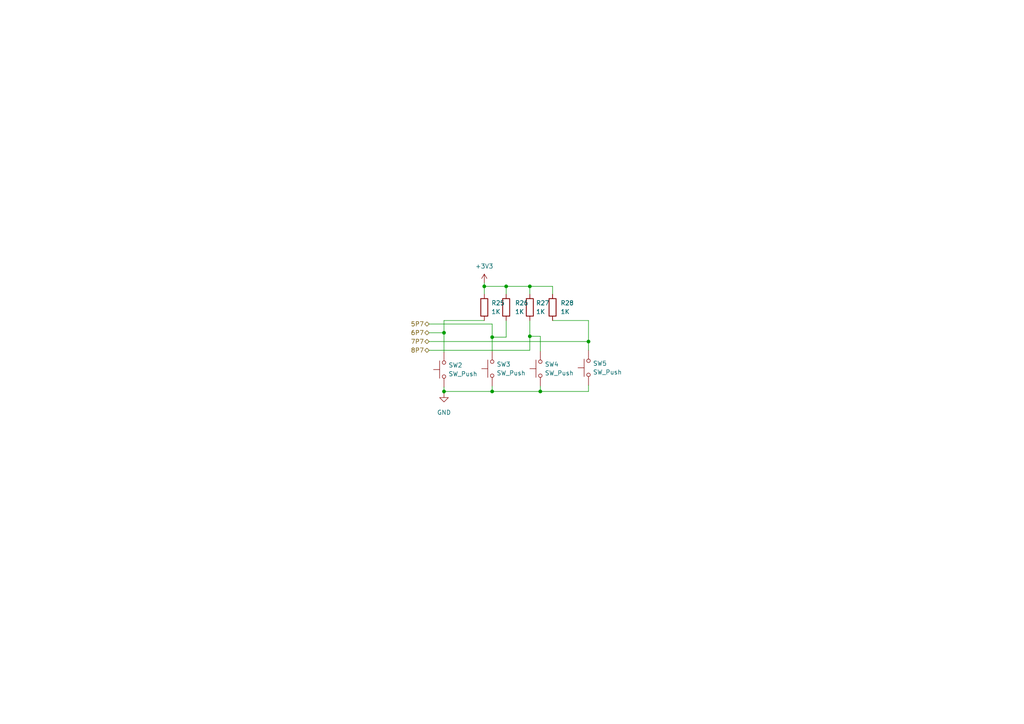
<source format=kicad_sch>
(kicad_sch (version 20211123) (generator eeschema)
  (paper "A4")
  (lib_symbols
    (symbol "Device:R" (pin_numbers hide) (pin_names (offset 0))
      (property "Reference" "R" (at 2.032 0 90))
      (property "Value" "R" (at 0 0 90))
      (symbol "R_0_1"
        (rectangle (start -1.016 -2.54) (end 1.016 2.54) (stroke (width 0.254)))
      )
      (symbol "R_1_1"
        (pin passive line (at 0 3.81 270) (length 1.27) (name "~") (number "1"))
        (pin passive line (at 0 -3.81 90) (length 1.27) (name "~") (number "2"))
      )
    )
    (symbol "Switch:SW_Push" (pin_numbers hide) (pin_names (offset 1.016) hide)
      (property "Reference" "SW" (at 1.27 2.54 0))
      (property "Value" "SW_Push" (at 0 -1.524 0))
      (symbol "SW_Push_0_1"
        (circle (center -2.032 0) (radius 0.508))
        (polyline (pts (xy 0 1.27) (xy 0 3.048)))
        (polyline (pts (xy 2.54 1.27) (xy -2.54 1.27)))
        (circle (center 2.032 0) (radius 0.508))
        (pin passive line (at -5.08 0 0) (length 2.54) (name "1") (number "1"))
        (pin passive line (at 5.08 0 180) (length 2.54) (name "2") (number "2"))
      )
    )
    (symbol "power:+3V3" (power) (pin_names (offset 0))
      (property "Value" "+3V3" (at 0 3.556 0))
      (symbol "+3V3_0_1"
        (polyline (pts (xy -0.762 1.27) (xy 0 2.54)))
        (polyline (pts (xy 0 0) (xy 0 2.54)))
        (polyline (pts (xy 0 2.54) (xy 0.762 1.27)))
      )
      (symbol "+3V3_1_1"
        (pin power_in line (at 0 0 90) (length 0) hide (name "+3V3") (number "1"))
      )
    )
    (symbol "power:GND" (power) (pin_names (offset 0))
      (property "Value" "GND" (at 0 -3.81 0))
      (symbol "GND_0_1"
        (polyline (pts (xy 0 0) (xy 0 -1.27) (xy 1.27 -1.27) (xy 0 -2.54) (xy -1.27 -1.27) (xy 0 -1.27)))
      )
      (symbol "GND_1_1"
        (pin power_in line (at 0 0 270) (length 0) hide (name "GND") (number "1"))
      )
    )
  )
  (junction (at 146.812 83.058))
  (junction (at 128.778 113.538))
  (junction (at 153.67 83.058))
  (junction (at 142.748 97.79))
  (junction (at 153.67 97.536))
  (junction (at 140.462 83.058))
  (junction (at 142.748 113.538))
  (junction (at 156.718 113.538))
  (junction (at 170.688 99.06))
  (junction (at 128.778 96.52))
  (wire (pts (xy 128.778 92.964) (xy 140.462 92.964)))
  (wire (pts (xy 124.46 99.06) (xy 170.688 99.06)))
  (wire (pts (xy 156.718 97.536) (xy 156.718 101.854)))
  (wire (pts (xy 170.688 92.964) (xy 170.688 99.06)))
  (wire (pts (xy 146.812 83.058) (xy 140.462 83.058)))
  (wire (pts (xy 170.688 111.76) (xy 170.688 113.538)))
  (wire (pts (xy 160.274 92.964) (xy 170.688 92.964)))
  (wire (pts (xy 153.67 92.964) (xy 153.67 97.536)))
  (wire (pts (xy 153.67 83.058) (xy 153.67 85.344)))
  (wire (pts (xy 142.748 93.98) (xy 142.748 97.79)))
  (wire (pts (xy 140.462 82.042) (xy 140.462 83.058)))
  (wire (pts (xy 153.67 97.536) (xy 156.718 97.536)))
  (wire (pts (xy 142.748 97.79) (xy 146.812 97.79)))
  (wire (pts (xy 128.778 113.538) (xy 128.778 114.046)))
  (wire (pts (xy 156.718 113.538) (xy 142.748 113.538)))
  (wire (pts (xy 170.688 113.538) (xy 156.718 113.538)))
  (wire (pts (xy 142.748 112.014) (xy 142.748 113.538)))
  (wire (pts (xy 160.274 83.058) (xy 153.67 83.058)))
  (wire (pts (xy 156.718 112.014) (xy 156.718 113.538)))
  (wire (pts (xy 146.812 83.058) (xy 146.812 85.344)))
  (wire (pts (xy 124.46 101.6) (xy 153.67 101.6)))
  (wire (pts (xy 128.778 112.268) (xy 128.778 113.538)))
  (wire (pts (xy 170.688 99.06) (xy 170.688 101.6)))
  (wire (pts (xy 128.778 96.52) (xy 128.778 92.964)))
  (wire (pts (xy 160.274 85.344) (xy 160.274 83.058)))
  (wire (pts (xy 124.46 93.98) (xy 142.748 93.98)))
  (wire (pts (xy 124.46 96.52) (xy 128.778 96.52)))
  (wire (pts (xy 140.462 83.058) (xy 140.462 85.344)))
  (wire (pts (xy 128.778 102.108) (xy 128.778 96.52)))
  (wire (pts (xy 153.67 83.058) (xy 146.812 83.058)))
  (wire (pts (xy 153.67 97.536) (xy 153.67 101.6)))
  (wire (pts (xy 142.748 113.538) (xy 128.778 113.538)))
  (wire (pts (xy 146.812 97.79) (xy 146.812 92.964)))
  (wire (pts (xy 142.748 101.854) (xy 142.748 97.79)))
  (hierarchical_label "8P7" (shape bidirectional) (at 124.46 101.6 180))
  (hierarchical_label "5P7" (shape bidirectional) (at 124.46 93.98 180))
  (hierarchical_label "6P7" (shape bidirectional) (at 124.46 96.52 180))
  (hierarchical_label "7P7" (shape bidirectional) (at 124.46 99.06 180))
  (symbol (lib_id "Device:R") (at 153.67 89.154 0) (unit 1)
    (property "Reference" "R27" (at 155.448 87.8839 0) (effects (justify left)))
    (property "Value" "1K" (at 155.448 90.4239 0) (effects (justify left)))
    (property "Footprint" "Resistor_SMD:R_0805_2012Metric" (effects hide))
  )
  (symbol (lib_id "Switch:SW_Push") (at 170.688 106.68 90) (unit 1)
    (property "Reference" "SW5" (at 171.958 105.4099 90) (effects (justify right)))
    (property "Value" "SW_Push" (at 171.958 107.9499 90) (effects (justify right)))
    (property "Footprint" "Button_Switch_THT:SW_PUSH_6mm" (effects hide))
  )
  (symbol (lib_id "power:GND") (at 128.778 114.046 0) (unit 1)
    (property "Reference" "#PWR0113" (effects hide))
    (property "Value" "GND" (at 128.778 119.634 0))
  )
  (symbol (lib_id "Switch:SW_Push") (at 142.748 106.934 90) (unit 1)
    (property "Reference" "SW3" (at 144.018 105.6639 90) (effects (justify right)))
    (property "Value" "SW_Push" (at 144.018 108.2039 90) (effects (justify right)))
    (property "Footprint" "Button_Switch_THT:SW_PUSH_6mm" (effects hide))
  )
  (symbol (lib_id "power:+3V3") (at 140.462 82.042 0) (unit 1)
    (property "Reference" "#PWR0112" (effects hide))
    (property "Value" "+3V3" (at 140.462 77.216 0))
  )
  (symbol (lib_id "Device:R") (at 160.274 89.154 0) (unit 1)
    (property "Reference" "R28" (at 162.56 87.8839 0) (effects (justify left)))
    (property "Value" "1K" (at 162.56 90.4239 0) (effects (justify left)))
    (property "Footprint" "Resistor_SMD:R_0805_2012Metric" (effects hide))
  )
  (symbol (lib_id "Switch:SW_Push") (at 156.718 106.934 90) (unit 1)
    (property "Reference" "SW4" (at 157.988 105.6639 90) (effects (justify right)))
    (property "Value" "SW_Push" (at 157.988 108.2039 90) (effects (justify right)))
    (property "Footprint" "Button_Switch_THT:SW_PUSH_6mm" (effects hide))
  )
  (symbol (lib_id "Switch:SW_Push") (at 128.778 107.188 90) (unit 1)
    (property "Reference" "SW2" (at 130.048 105.9179 90) (effects (justify right)))
    (property "Value" "SW_Push" (at 130.048 108.4579 90) (effects (justify right)))
    (property "Footprint" "Button_Switch_THT:SW_PUSH_6mm" (effects hide))
  )
  (symbol (lib_id "Device:R") (at 146.812 89.154 0) (unit 1)
    (property "Reference" "R26" (at 149.352 87.8839 0) (effects (justify left)))
    (property "Value" "1K" (at 149.352 90.4239 0) (effects (justify left)))
    (property "Footprint" "Resistor_SMD:R_0805_2012Metric" (effects hide))
  )
  (symbol (lib_id "Device:R") (at 140.462 89.154 0) (unit 1)
    (property "Reference" "R25" (at 142.494 87.8839 0) (effects (justify left)))
    (property "Value" "1K" (at 142.494 90.4239 0) (effects (justify left)))
    (property "Footprint" "Resistor_SMD:R_0805_2012Metric" (effects hide))
  )
)
</source>
